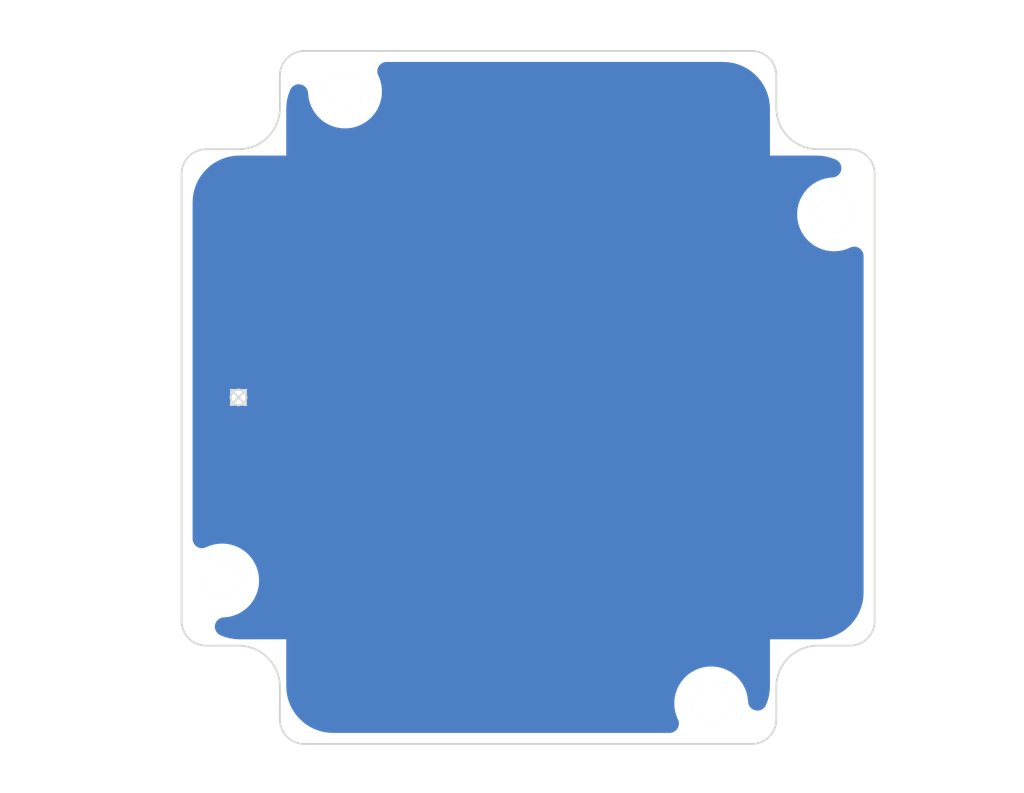
<source format=kicad_pcb>
(kicad_pcb (version 20221018) (generator pcbnew)
  (layers (0 "F.Cu" signal) (31 "B.Cu" signal) (35 "F.Paste" user) (37 "F.SilkS" user "F.Silkscreen") (39 "F.Mask" user) (44 "Edge.Cuts" user))
  (net 0 "")
  (footprint "ownCloud:3mm_NPTH" (layer "F.Cu") (at 152.73 110.02)
    (fp_text reference "REF**" hide)
    (fp_text value "3mm_NPTH" hide)
    (pad "" np_thru_hole circle (at 0 0) (size 3 3) (drill 3) (layers "*.Cu" "*.Mask" "F.SilkS") (clearance 1.5))
  )
  (footprint "ownCloud:3mm_NPTH" (layer "F.Cu") (at 142.73 149.82)
    (fp_text reference "REF**" hide)
    (fp_text value "3mm_NPTH" hide)
    (pad "" np_thru_hole circle (at 0 0) (size 3 3) (drill 3) (layers "*.Cu" "*.Mask" "F.SilkS") (clearance 1.5))
  )
  (footprint "ownCloud:3mm_NPTH" (layer "F.Cu") (at 182.53 159.82)
    (fp_text reference "REF**" hide)
    (fp_text value "3mm_NPTH" hide)
    (pad "" np_thru_hole circle (at 0 0) (size 3 3) (drill 3) (layers "*.Cu" "*.Mask" "F.SilkS") (clearance 1.5))
  )
  (footprint "ownCloud:3mm_NPTH" (layer "F.Cu") (at 192.53 120.02)
    (fp_text reference "REF**" hide)
    (fp_text value "3mm_NPTH" hide)
    (pad "" np_thru_hole circle (at 0 0) (size 3 3) (drill 3) (layers "*.Cu" "*.Mask" "F.SilkS") (clearance 1.5))
  )
  (gr_arc (start 139.43 116.72) (mid 140.015786 115.305786) (end 141.43 114.72) (stroke (width 0.15)) (layer "Edge.Cuts"))
  (gr_line (start 149.44 163.12) (end 185.82 163.12) (stroke (width 0.15)) (layer "Edge.Cuts"))
  (gr_line (start 187.83 111.35) (end 187.83 108.72) (stroke (width 0.15)) (layer "Edge.Cuts"))
  (gr_line (start 187.83 161.11) (end 187.83 158.49) (stroke (width 0.15)) (layer "Edge.Cuts"))
  (gr_arc (start 185.83 106.72) (mid 187.244214 107.305786) (end 187.83 108.72) (stroke (width 0.15)) (layer "Edge.Cuts"))
  (gr_arc (start 144.06 155.12) (mid 146.44295 156.10705) (end 147.43 158.49) (stroke (width 0.15)) (layer "Edge.Cuts"))
  (gr_line (start 141.44 155.12) (end 144.06 155.12) (stroke (width 0.15)) (layer "Edge.Cuts"))
  (gr_line (start 191.2 155.12) (end 193.83 155.12) (stroke (width 0.15)) (layer "Edge.Cuts"))
  (gr_arc (start 147.43 108.72) (mid 148.015786 107.305786) (end 149.43 106.72) (stroke (width 0.15)) (layer "Edge.Cuts"))
  (gr_line (start 139.43 116.71) (end 139.43 153.13) (stroke (width 0.15)) (layer "Edge.Cuts"))
  (gr_line (start 147.43 111.35) (end 147.43 108.73) (stroke (width 0.15)) (layer "Edge.Cuts"))
  (gr_arc (start 149.43 163.12) (mid 148.015786 162.534214) (end 147.43 161.12) (stroke (width 0.15)) (layer "Edge.Cuts"))
  (gr_line (start 147.43 158.49) (end 147.43 161.12) (stroke (width 0.15)) (layer "Edge.Cuts"))
  (gr_arc (start 147.43 111.35) (mid 146.44295 113.73295) (end 144.06 114.72) (stroke (width 0.15)) (layer "Edge.Cuts"))
  (gr_arc (start 187.83 158.49) (mid 188.81705 156.10705) (end 191.2 155.12) (stroke (width 0.15)) (layer "Edge.Cuts"))
  (gr_line (start 149.44 106.72) (end 185.83 106.72) (stroke (width 0.15)) (layer "Edge.Cuts"))
  (gr_arc (start 187.83 161.12) (mid 187.244214 162.534214) (end 185.83 163.12) (stroke (width 0.15)) (layer "Edge.Cuts"))
  (gr_line (start 141.43 114.72) (end 144.06 114.72) (stroke (width 0.15)) (layer "Edge.Cuts"))
  (gr_arc (start 191.2 114.72) (mid 188.81705 113.73295) (end 187.83 111.35) (stroke (width 0.15)) (layer "Edge.Cuts"))
  (gr_arc (start 141.43 155.12) (mid 140.015786 154.534214) (end 139.43 153.12) (stroke (width 0.15)) (layer "Edge.Cuts"))
  (gr_line (start 195.83 153.11) (end 195.83 116.73) (stroke (width 0.15)) (layer "Edge.Cuts"))
  (gr_arc (start 193.83 114.72) (mid 195.244214 115.305786) (end 195.83 116.72) (stroke (width 0.15)) (layer "Edge.Cuts"))
  (gr_arc (start 195.83 153.12) (mid 195.244214 154.534214) (end 193.83 155.12) (stroke (width 0.15)) (layer "Edge.Cuts"))
  (gr_line (start 193.83 114.72) (end 191.2 114.72) (stroke (width 0.15)) (layer "Edge.Cuts"))
  (target x (at 144.06 134.92) (size 1.27) (width 0.1524) (layer "Edge.Cuts"))
  (target plus (at 152.73 110.02) (size 0) (width 0.15) (layer "Edge.Cuts"))
  (zone (net 0) (net_name "") (layer "B.Cu") (connect_pads (clearance 1.524)) (min_thickness 1.524) (fill yes (thermal_gap 2.032) (thermal_bridge_width 2.032) (smoothing fillet) (radius 6.35))
    (polygon (pts (xy 187.315 115.235) (xy 194.935 115.235) (xy 194.935 154.605) (xy 187.315 154.605) (xy 187.315 162.225) (xy 147.945 162.225) (xy 147.945 154.605) (xy 140.325 154.605) (xy 140.325 115.235) (xy 147.945 115.235) (xy 147.945 107.615) (xy 187.315 107.615)))
  )
)
</source>
